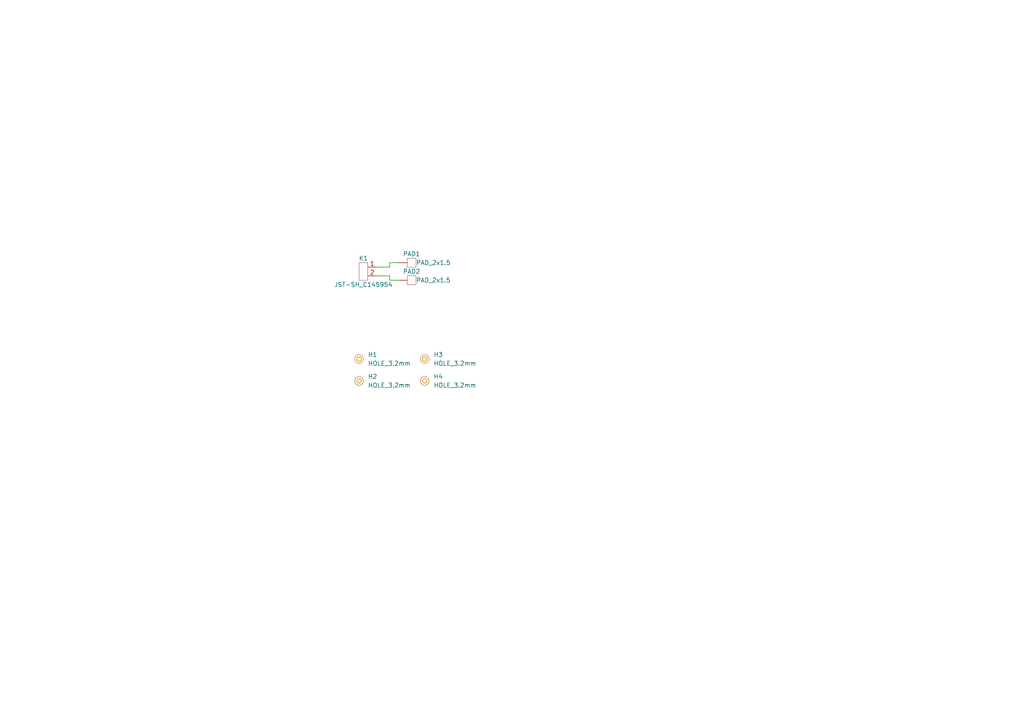
<source format=kicad_sch>
(kicad_sch (version 20210126) (generator eeschema)

  (paper "A4")

  (lib_symbols
    (symbol "e-radionica.com schematics:HOLE_3.2mm" (pin_numbers hide) (pin_names hide) (in_bom yes) (on_board yes)
      (property "Reference" "H" (id 0) (at 0 2.54 0)
        (effects (font (size 1.27 1.27)))
      )
      (property "Value" "HOLE_3.2mm" (id 1) (at 0 -2.54 0)
        (effects (font (size 1.27 1.27)))
      )
      (property "Footprint" "e-radionica.com footprinti:HOLE_3.2mm" (id 2) (at 0 0 0)
        (effects (font (size 1.27 1.27)) hide)
      )
      (property "Datasheet" "" (id 3) (at 0 0 0)
        (effects (font (size 1.27 1.27)) hide)
      )
      (symbol "HOLE_3.2mm_0_1"
        (circle (center 0 0) (radius 1.27) (stroke (width 0.001)) (fill (type background)))
        (circle (center 0 0) (radius 0.635) (stroke (width 0.0006)) (fill (type none)))
      )
    )
    (symbol "e-radionica.com schematics:JST-SH_2pin_1mm_C145954" (in_bom yes) (on_board yes)
      (property "Reference" "K" (id 0) (at 0 5.715 0)
        (effects (font (size 1.27 1.27)))
      )
      (property "Value" "JST-SH_2pin_1mm_C145954" (id 1) (at 0 -3.81 0)
        (effects (font (size 1.27 1.27)))
      )
      (property "Footprint" "e-radionica.com footprinti:JST-SH_2pin_1mm_C145954" (id 2) (at 0 0 0)
        (effects (font (size 1.27 1.27)) hide)
      )
      (property "Datasheet" "" (id 3) (at 0 0 0)
        (effects (font (size 1.27 1.27)) hide)
      )
      (symbol "JST-SH_2pin_1mm_C145954_0_1"
        (rectangle (start 1.27 -2.54) (end -1.27 2.54)
          (stroke (width 0.0006)) (fill (type none))
        )
      )
      (symbol "JST-SH_2pin_1mm_C145954_1_1"
        (pin passive line (at 3.81 1.27 180) (length 2.54)
          (name "" (effects (font (size 1.27 1.27))))
          (number "1" (effects (font (size 1.27 1.27))))
        )
        (pin passive line (at 3.81 -1.27 180) (length 2.54)
          (name "" (effects (font (size 1.27 1.27))))
          (number "2" (effects (font (size 1.27 1.27))))
        )
      )
    )
    (symbol "e-radionica.com schematics:PAD_2x1.5" (pin_numbers hide) (pin_names hide) (in_bom yes) (on_board yes)
      (property "Reference" "PAD" (id 0) (at 0 2.54 0)
        (effects (font (size 1.27 1.27)))
      )
      (property "Value" "PAD_2x1.5" (id 1) (at 0 -2.54 0)
        (effects (font (size 1.27 1.27)))
      )
      (property "Footprint" "e-radionica.com footprinti:PAD_2x1.5" (id 2) (at -1.27 -3.81 0)
        (effects (font (size 1.27 1.27)) hide)
      )
      (property "Datasheet" "" (id 3) (at -1.27 0 0)
        (effects (font (size 1.27 1.27)) hide)
      )
      (symbol "PAD_2x1.5_0_1"
        (rectangle (start -1.27 1.27) (end 1.27 -1.27)
          (stroke (width 0.0006)) (fill (type none))
        )
      )
      (symbol "PAD_2x1.5_1_1"
        (pin passive line (at -3.81 0 0) (length 2.54)
          (name "~" (effects (font (size 1.27 1.27))))
          (number "1" (effects (font (size 1.27 1.27))))
        )
      )
    )
  )


  (wire (pts (xy 109.22 77.47) (xy 113.03 77.47))
    (stroke (width 0) (type solid) (color 0 0 0 0))
    (uuid 03bde74d-468d-441e-81e6-b8e6eaf6c573)
  )
  (wire (pts (xy 113.03 76.2) (xy 115.57 76.2))
    (stroke (width 0) (type solid) (color 0 0 0 0))
    (uuid 03bde74d-468d-441e-81e6-b8e6eaf6c573)
  )
  (wire (pts (xy 113.03 77.47) (xy 113.03 76.2))
    (stroke (width 0) (type solid) (color 0 0 0 0))
    (uuid 03bde74d-468d-441e-81e6-b8e6eaf6c573)
  )
  (wire (pts (xy 113.03 80.01) (xy 109.22 80.01))
    (stroke (width 0) (type solid) (color 0 0 0 0))
    (uuid f7756db5-e310-4a28-930d-88f6a2eaf5d3)
  )
  (wire (pts (xy 113.03 81.28) (xy 113.03 80.01))
    (stroke (width 0) (type solid) (color 0 0 0 0))
    (uuid f7756db5-e310-4a28-930d-88f6a2eaf5d3)
  )
  (wire (pts (xy 115.57 81.28) (xy 113.03 81.28))
    (stroke (width 0) (type solid) (color 0 0 0 0))
    (uuid f7756db5-e310-4a28-930d-88f6a2eaf5d3)
  )

  (symbol (lib_id "e-radionica.com schematics:HOLE_3.2mm") (at 104.14 104.14 0) (unit 1)
    (in_bom yes) (on_board yes)
    (uuid 8fbb88e4-117e-4686-b5fb-328b28d4030a)
    (property "Reference" "H1" (id 0) (at 106.68 102.87 0)
      (effects (font (size 1.27 1.27)) (justify left))
    )
    (property "Value" "HOLE_3.2mm" (id 1) (at 106.68 105.41 0)
      (effects (font (size 1.27 1.27)) (justify left))
    )
    (property "Footprint" "e-radionica.com footprinti:HOLE_3.2mm" (id 2) (at 104.14 104.14 0)
      (effects (font (size 1.27 1.27)) hide)
    )
    (property "Datasheet" "" (id 3) (at 104.14 104.14 0)
      (effects (font (size 1.27 1.27)) hide)
    )
  )

  (symbol (lib_id "e-radionica.com schematics:HOLE_3.2mm") (at 104.14 110.49 0) (unit 1)
    (in_bom yes) (on_board yes)
    (uuid 263c2c51-4097-4dfb-a87f-c960677f4abf)
    (property "Reference" "H2" (id 0) (at 106.68 109.22 0)
      (effects (font (size 1.27 1.27)) (justify left))
    )
    (property "Value" "HOLE_3.2mm" (id 1) (at 106.68 111.76 0)
      (effects (font (size 1.27 1.27)) (justify left))
    )
    (property "Footprint" "e-radionica.com footprinti:HOLE_3.2mm" (id 2) (at 104.14 110.49 0)
      (effects (font (size 1.27 1.27)) hide)
    )
    (property "Datasheet" "" (id 3) (at 104.14 110.49 0)
      (effects (font (size 1.27 1.27)) hide)
    )
  )

  (symbol (lib_id "e-radionica.com schematics:HOLE_3.2mm") (at 123.19 104.14 0) (unit 1)
    (in_bom yes) (on_board yes)
    (uuid 93478715-6c12-45ea-af8d-6da5dd26d730)
    (property "Reference" "H3" (id 0) (at 125.73 102.87 0)
      (effects (font (size 1.27 1.27)) (justify left))
    )
    (property "Value" "HOLE_3.2mm" (id 1) (at 125.73 105.41 0)
      (effects (font (size 1.27 1.27)) (justify left))
    )
    (property "Footprint" "e-radionica.com footprinti:HOLE_3.2mm" (id 2) (at 123.19 104.14 0)
      (effects (font (size 1.27 1.27)) hide)
    )
    (property "Datasheet" "" (id 3) (at 123.19 104.14 0)
      (effects (font (size 1.27 1.27)) hide)
    )
  )

  (symbol (lib_id "e-radionica.com schematics:HOLE_3.2mm") (at 123.19 110.49 0) (unit 1)
    (in_bom yes) (on_board yes)
    (uuid e7434f9c-e3dc-4802-94a1-71330198c3cf)
    (property "Reference" "H4" (id 0) (at 125.73 109.22 0)
      (effects (font (size 1.27 1.27)) (justify left))
    )
    (property "Value" "HOLE_3.2mm" (id 1) (at 125.73 111.76 0)
      (effects (font (size 1.27 1.27)) (justify left))
    )
    (property "Footprint" "e-radionica.com footprinti:HOLE_3.2mm" (id 2) (at 123.19 110.49 0)
      (effects (font (size 1.27 1.27)) hide)
    )
    (property "Datasheet" "" (id 3) (at 123.19 110.49 0)
      (effects (font (size 1.27 1.27)) hide)
    )
  )

  (symbol (lib_id "e-radionica.com schematics:PAD_2x1.5") (at 119.38 76.2 0) (unit 1)
    (in_bom yes) (on_board yes)
    (uuid 54e69382-f687-44cf-9bb7-0950caa1a12b)
    (property "Reference" "PAD1" (id 0) (at 116.84 73.66 0)
      (effects (font (size 1.27 1.27)) (justify left))
    )
    (property "Value" "PAD_2x1.5" (id 1) (at 120.65 76.2 0)
      (effects (font (size 1.27 1.27)) (justify left))
    )
    (property "Footprint" "e-radionica.com footprinti:PAD_2x1.5" (id 2) (at 118.11 80.01 0)
      (effects (font (size 1.27 1.27)) hide)
    )
    (property "Datasheet" "" (id 3) (at 118.11 76.2 0)
      (effects (font (size 1.27 1.27)) hide)
    )
    (pin "1" (uuid 41357185-a5b9-43e3-8c81-ff402e452393))
  )

  (symbol (lib_id "e-radionica.com schematics:PAD_2x1.5") (at 119.38 81.28 0) (unit 1)
    (in_bom yes) (on_board yes)
    (uuid 894ed5c6-cb7d-448f-8cf4-3cfae8b6106a)
    (property "Reference" "PAD2" (id 0) (at 116.84 78.74 0)
      (effects (font (size 1.27 1.27)) (justify left))
    )
    (property "Value" "PAD_2x1.5" (id 1) (at 120.65 81.28 0)
      (effects (font (size 1.27 1.27)) (justify left))
    )
    (property "Footprint" "e-radionica.com footprinti:PAD_2x1.5" (id 2) (at 118.11 85.09 0)
      (effects (font (size 1.27 1.27)) hide)
    )
    (property "Datasheet" "" (id 3) (at 118.11 81.28 0)
      (effects (font (size 1.27 1.27)) hide)
    )
    (pin "1" (uuid ddde413a-f139-46af-8d56-2ae8116a719f))
  )

  (symbol (lib_id "e-radionica.com schematics:JST-SH_2pin_1mm_C145954") (at 105.41 78.74 0) (unit 1)
    (in_bom yes) (on_board yes)
    (uuid 91dc0cef-a509-461f-8029-d9235dfaf0cc)
    (property "Reference" "K1" (id 0) (at 105.41 74.93 0))
    (property "Value" "JST-SH_C145954" (id 1) (at 105.41 82.55 0))
    (property "Footprint" "e-radionica.com footprinti:JST-SH_2pin_1mm_C145954" (id 2) (at 105.41 78.74 0)
      (effects (font (size 1.27 1.27)) hide)
    )
    (property "Datasheet" "" (id 3) (at 105.41 78.74 0)
      (effects (font (size 1.27 1.27)) hide)
    )
    (pin "1" (uuid 6e8c83d3-43fa-4270-bfa6-a7068c0e3e95))
    (pin "2" (uuid 7baf6c19-e73f-4424-86e1-019bf9a09f53))
  )

  (sheet_instances
    (path "/" (page "1"))
  )

  (symbol_instances
    (path "/8fbb88e4-117e-4686-b5fb-328b28d4030a"
      (reference "H1") (unit 1) (value "HOLE_3.2mm") (footprint "e-radionica.com footprinti:HOLE_3.2mm")
    )
    (path "/263c2c51-4097-4dfb-a87f-c960677f4abf"
      (reference "H2") (unit 1) (value "HOLE_3.2mm") (footprint "e-radionica.com footprinti:HOLE_3.2mm")
    )
    (path "/93478715-6c12-45ea-af8d-6da5dd26d730"
      (reference "H3") (unit 1) (value "HOLE_3.2mm") (footprint "e-radionica.com footprinti:HOLE_3.2mm")
    )
    (path "/e7434f9c-e3dc-4802-94a1-71330198c3cf"
      (reference "H4") (unit 1) (value "HOLE_3.2mm") (footprint "e-radionica.com footprinti:HOLE_3.2mm")
    )
    (path "/91dc0cef-a509-461f-8029-d9235dfaf0cc"
      (reference "K1") (unit 1) (value "JST-SH_C145954") (footprint "e-radionica.com footprinti:JST-SH_2pin_1mm_C145954")
    )
    (path "/54e69382-f687-44cf-9bb7-0950caa1a12b"
      (reference "PAD1") (unit 1) (value "PAD_2x1.5") (footprint "e-radionica.com footprinti:PAD_2x1.5")
    )
    (path "/894ed5c6-cb7d-448f-8cf4-3cfae8b6106a"
      (reference "PAD2") (unit 1) (value "PAD_2x1.5") (footprint "e-radionica.com footprinti:PAD_2x1.5")
    )
  )
)

</source>
